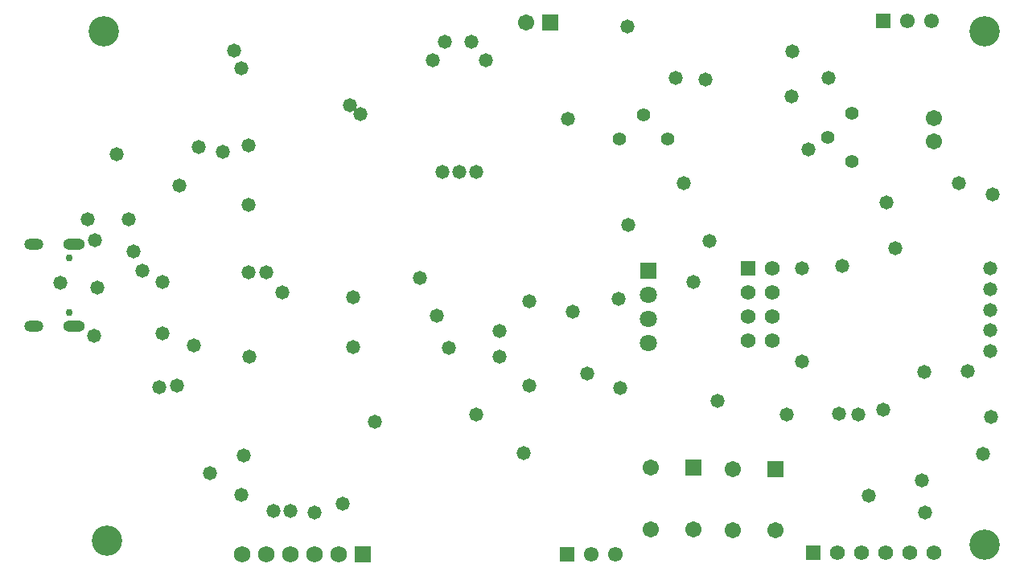
<source format=gbs>
G04*
G04 #@! TF.GenerationSoftware,Altium Limited,Altium Designer,23.2.1 (34)*
G04*
G04 Layer_Color=16711935*
%FSLAX44Y44*%
%MOMM*%
G71*
G04*
G04 #@! TF.SameCoordinates,75154B13-1296-4508-9C84-23632F313CF3*
G04*
G04*
G04 #@! TF.FilePolarity,Negative*
G04*
G01*
G75*
%ADD73C,1.8032*%
%ADD74R,1.8032X1.8032*%
%ADD75O,2.0032X1.2032*%
%ADD76C,0.7500*%
%ADD77O,2.3032X1.2032*%
%ADD78R,1.7032X1.7032*%
%ADD79C,1.7032*%
%ADD80C,1.7112*%
%ADD81R,1.7112X1.7112*%
%ADD82C,3.2032*%
%ADD83R,1.5700X1.5700*%
%ADD84C,1.5700*%
%ADD85R,1.5500X1.5500*%
%ADD86C,1.5500*%
%ADD87R,1.7532X1.7532*%
%ADD88C,1.7532*%
%ADD89R,1.5700X1.5700*%
%ADD90C,1.4132*%
%ADD91C,1.4732*%
D73*
X1242306Y637540D02*
D03*
Y662940D02*
D03*
Y688340D02*
D03*
D74*
Y713740D02*
D03*
D75*
X595985Y655300D02*
D03*
Y741700D02*
D03*
D76*
X632785Y669600D02*
D03*
Y727400D02*
D03*
D77*
X637785Y741700D02*
D03*
Y655300D02*
D03*
D78*
X1139190Y975360D02*
D03*
D79*
X1113790D02*
D03*
D80*
X1543370Y874830D02*
D03*
Y849830D02*
D03*
X1289960Y441210D02*
D03*
X1244960Y506210D02*
D03*
Y441210D02*
D03*
X1376320Y439940D02*
D03*
X1331320Y504940D02*
D03*
Y439940D02*
D03*
D81*
X1289960Y506210D02*
D03*
X1376320Y504940D02*
D03*
D82*
X1596390Y966470D02*
D03*
Y425450D02*
D03*
X673100Y429260D02*
D03*
X669290Y966470D02*
D03*
D83*
X1416050Y416560D02*
D03*
D84*
X1441450D02*
D03*
X1466850D02*
D03*
X1492250D02*
D03*
X1517650D02*
D03*
X1543050D02*
D03*
X1372900Y640080D02*
D03*
X1347500D02*
D03*
X1372900Y665480D02*
D03*
X1347500D02*
D03*
X1372900Y690880D02*
D03*
X1347500D02*
D03*
X1372900Y716280D02*
D03*
D85*
X1156970Y415290D02*
D03*
X1489710Y977244D02*
D03*
D86*
X1182370Y415290D02*
D03*
X1207770D02*
D03*
X1540510Y977244D02*
D03*
X1515110D02*
D03*
D87*
X942340Y415290D02*
D03*
D88*
X916940D02*
D03*
X891540D02*
D03*
X866140D02*
D03*
X840740D02*
D03*
X815340D02*
D03*
D89*
X1347500Y716280D02*
D03*
D90*
X1263244Y852870D02*
D03*
X1237844Y878270D02*
D03*
X1212444Y852870D02*
D03*
X1456625Y879870D02*
D03*
X1431225Y854470D02*
D03*
X1456625Y829070D02*
D03*
D91*
X1290320Y702310D02*
D03*
X1533781Y458560D02*
D03*
X1603770Y560070D02*
D03*
X1474470Y476440D02*
D03*
X1595120Y520700D02*
D03*
X1464070Y561818D02*
D03*
X1443326Y562989D02*
D03*
X1530350Y492760D02*
D03*
X1489710Y567690D02*
D03*
X928370Y888365D02*
D03*
X939800Y878720D02*
D03*
X932180Y633090D02*
D03*
Y685848D02*
D03*
X806450Y946150D02*
D03*
X727635Y590767D02*
D03*
X822069Y712470D02*
D03*
X891540Y458926D02*
D03*
X921320Y468401D02*
D03*
X955040Y554990D02*
D03*
X857250Y690880D02*
D03*
X840740Y712470D02*
D03*
X821690Y783590D02*
D03*
X1061720Y562610D02*
D03*
X1602740Y650730D02*
D03*
Y716085D02*
D03*
Y628945D02*
D03*
Y672515D02*
D03*
X1605280Y793800D02*
D03*
X1602740Y694300D02*
D03*
X769620Y844550D02*
D03*
X822960Y623570D02*
D03*
X816610Y519430D02*
D03*
X1410970Y842010D02*
D03*
X1394460Y944880D02*
D03*
X1061720Y817880D02*
D03*
X1043940D02*
D03*
X1026160D02*
D03*
X1016000Y935990D02*
D03*
X1071880D02*
D03*
X1056640Y955040D02*
D03*
X1028700D02*
D03*
X821690Y845820D02*
D03*
X683260Y836930D02*
D03*
X749300Y803910D02*
D03*
X795020Y839470D02*
D03*
X814070Y927100D02*
D03*
X746760Y593090D02*
D03*
X866140Y461010D02*
D03*
X848360D02*
D03*
X1315720Y576580D02*
D03*
X814070Y477520D02*
D03*
X781050Y500380D02*
D03*
X659130Y645350D02*
D03*
X660400Y745865D02*
D03*
X1569720Y806450D02*
D03*
X1532890Y607060D02*
D03*
X1280160Y806450D02*
D03*
X695960Y768350D02*
D03*
X652780D02*
D03*
X623570Y701040D02*
D03*
X1404620Y716280D02*
D03*
X1493520Y786130D02*
D03*
X1502410Y737870D02*
D03*
X1306830Y745490D02*
D03*
X1221740Y762000D02*
D03*
X1303020Y915670D02*
D03*
X1220470Y971550D02*
D03*
X1388110Y562610D02*
D03*
X1211580Y684530D02*
D03*
X1178560Y605790D02*
D03*
X1032510Y632460D02*
D03*
X1085850Y623570D02*
D03*
X1446530Y718820D02*
D03*
X1002030Y706120D02*
D03*
X764540Y635000D02*
D03*
X709930Y713740D02*
D03*
X731520Y702310D02*
D03*
Y647700D02*
D03*
X701040Y734060D02*
D03*
X662940Y695960D02*
D03*
X1085850Y650240D02*
D03*
X1019810Y666750D02*
D03*
X1212850Y590550D02*
D03*
X1163320Y670560D02*
D03*
X1111250Y521970D02*
D03*
X1404620Y618490D02*
D03*
X1578610Y608330D02*
D03*
X1158240Y873760D02*
D03*
X1271270Y916940D02*
D03*
X1393190Y897890D02*
D03*
X1432560Y916940D02*
D03*
X1117600Y681990D02*
D03*
Y593090D02*
D03*
M02*

</source>
